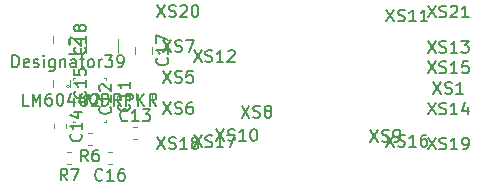
<source format=gbr>
G04 #@! TF.GenerationSoftware,KiCad,Pcbnew,(5.1.9)-1*
G04 #@! TF.CreationDate,2021-08-28T05:16:06+03:00*
G04 #@! TF.ProjectId,BANO3,42414e4f-332e-46b6-9963-61645f706362,0000*
G04 #@! TF.SameCoordinates,Original*
G04 #@! TF.FileFunction,Legend,Top*
G04 #@! TF.FilePolarity,Positive*
%FSLAX46Y46*%
G04 Gerber Fmt 4.6, Leading zero omitted, Abs format (unit mm)*
G04 Created by KiCad (PCBNEW (5.1.9)-1) date 2021-08-28 05:16:06*
%MOMM*%
%LPD*%
G01*
G04 APERTURE LIST*
%ADD10C,0.120000*%
%ADD11C,0.150000*%
G04 APERTURE END LIST*
D10*
X1021417667Y-1004267200D02*
X1021075133Y-1004267200D01*
X1021417667Y-1003247200D02*
X1021075133Y-1003247200D01*
X1025119800Y-1000402652D02*
X1025119800Y-999880148D01*
X1026539800Y-1000402652D02*
X1026539800Y-999880148D01*
X1026489000Y-995986548D02*
X1026489000Y-996509052D01*
X1025069000Y-995986548D02*
X1025069000Y-996509052D01*
X1019529400Y-995054148D02*
X1019529400Y-995576652D01*
X1018109400Y-995054148D02*
X1018109400Y-995576652D01*
X1019833505Y-1002329156D02*
X1019833505Y-1002179156D01*
X1019833505Y-1002329156D02*
X1019983505Y-1002329156D01*
X1022582418Y-998730009D02*
X1022582418Y-998580007D01*
X1022432418Y-998580007D02*
X1022582418Y-998580007D01*
X1022431727Y-1002319839D02*
X1022581727Y-1002319839D01*
X1022581727Y-1002319839D02*
X1022581727Y-1002169840D01*
X1019833825Y-998580754D02*
X1019983825Y-998580754D01*
X1019833825Y-998730753D02*
X1019833825Y-998580754D01*
X1019507001Y-999280244D02*
G75*
G03*
X1019507001Y-999280244I-125001J0D01*
G01*
X1023516400Y-1000513467D02*
X1023516400Y-1000170933D01*
X1024536400Y-1000513467D02*
X1024536400Y-1000170933D01*
X1024910533Y-1003708400D02*
X1025253067Y-1003708400D01*
X1024910533Y-1002688400D02*
X1025253067Y-1002688400D01*
X1018182400Y-1002479733D02*
X1018182400Y-1002822267D01*
X1019202400Y-1002479733D02*
X1019202400Y-1002822267D01*
X1023116867Y-1005892800D02*
X1022774333Y-1005892800D01*
X1023116867Y-1004872800D02*
X1022774333Y-1004872800D01*
X1019687867Y-1004847400D02*
X1019345333Y-1004847400D01*
X1019687867Y-1005867400D02*
X1019345333Y-1005867400D01*
X1023659200Y-996496364D02*
X1023659200Y-995292236D01*
X1020939200Y-996496364D02*
X1020939200Y-995292236D01*
X1018109400Y-998771548D02*
X1018109400Y-999294052D01*
X1019529400Y-998771548D02*
X1019529400Y-999294052D01*
D11*
X1050325085Y-998909180D02*
X1050991752Y-999909180D01*
X1050991752Y-998909180D02*
X1050325085Y-999909180D01*
X1051325085Y-999861561D02*
X1051467942Y-999909180D01*
X1051706038Y-999909180D01*
X1051801276Y-999861561D01*
X1051848895Y-999813942D01*
X1051896514Y-999718704D01*
X1051896514Y-999623466D01*
X1051848895Y-999528228D01*
X1051801276Y-999480609D01*
X1051706038Y-999432990D01*
X1051515561Y-999385371D01*
X1051420323Y-999337752D01*
X1051372704Y-999290133D01*
X1051325085Y-999194895D01*
X1051325085Y-999099657D01*
X1051372704Y-999004419D01*
X1051420323Y-998956800D01*
X1051515561Y-998909180D01*
X1051753657Y-998909180D01*
X1051896514Y-998956800D01*
X1052848895Y-999909180D02*
X1052277466Y-999909180D01*
X1052563180Y-999909180D02*
X1052563180Y-998909180D01*
X1052467942Y-999052038D01*
X1052372704Y-999147276D01*
X1052277466Y-999194895D01*
X1021079733Y-1005639580D02*
X1020746400Y-1005163390D01*
X1020508304Y-1005639580D02*
X1020508304Y-1004639580D01*
X1020889257Y-1004639580D01*
X1020984495Y-1004687200D01*
X1021032114Y-1004734819D01*
X1021079733Y-1004830057D01*
X1021079733Y-1004972914D01*
X1021032114Y-1005068152D01*
X1020984495Y-1005115771D01*
X1020889257Y-1005163390D01*
X1020508304Y-1005163390D01*
X1021936876Y-1004639580D02*
X1021746400Y-1004639580D01*
X1021651161Y-1004687200D01*
X1021603542Y-1004734819D01*
X1021508304Y-1004877676D01*
X1021460685Y-1005068152D01*
X1021460685Y-1005449104D01*
X1021508304Y-1005544342D01*
X1021555923Y-1005591961D01*
X1021651161Y-1005639580D01*
X1021841638Y-1005639580D01*
X1021936876Y-1005591961D01*
X1021984495Y-1005544342D01*
X1022032114Y-1005449104D01*
X1022032114Y-1005211009D01*
X1021984495Y-1005115771D01*
X1021936876Y-1005068152D01*
X1021841638Y-1005020533D01*
X1021651161Y-1005020533D01*
X1021555923Y-1005068152D01*
X1021508304Y-1005115771D01*
X1021460685Y-1005211009D01*
X1024536942Y-1000784257D02*
X1024584561Y-1000831876D01*
X1024632180Y-1000974733D01*
X1024632180Y-1001069971D01*
X1024584561Y-1001212828D01*
X1024489323Y-1001308066D01*
X1024394085Y-1001355685D01*
X1024203609Y-1001403304D01*
X1024060752Y-1001403304D01*
X1023870276Y-1001355685D01*
X1023775038Y-1001308066D01*
X1023679800Y-1001212828D01*
X1023632180Y-1001069971D01*
X1023632180Y-1000974733D01*
X1023679800Y-1000831876D01*
X1023727419Y-1000784257D01*
X1024632180Y-999831876D02*
X1024632180Y-1000403304D01*
X1024632180Y-1000117590D02*
X1023632180Y-1000117590D01*
X1023775038Y-1000212828D01*
X1023870276Y-1000308066D01*
X1023917895Y-1000403304D01*
X1024632180Y-998879495D02*
X1024632180Y-999450923D01*
X1024632180Y-999165209D02*
X1023632180Y-999165209D01*
X1023775038Y-999260447D01*
X1023870276Y-999355685D01*
X1023917895Y-999450923D01*
X1027786142Y-996890657D02*
X1027833761Y-996938276D01*
X1027881380Y-997081133D01*
X1027881380Y-997176371D01*
X1027833761Y-997319228D01*
X1027738523Y-997414466D01*
X1027643285Y-997462085D01*
X1027452809Y-997509704D01*
X1027309952Y-997509704D01*
X1027119476Y-997462085D01*
X1027024238Y-997414466D01*
X1026929000Y-997319228D01*
X1026881380Y-997176371D01*
X1026881380Y-997081133D01*
X1026929000Y-996938276D01*
X1026976619Y-996890657D01*
X1027881380Y-995938276D02*
X1027881380Y-996509704D01*
X1027881380Y-996223990D02*
X1026881380Y-996223990D01*
X1027024238Y-996319228D01*
X1027119476Y-996414466D01*
X1027167095Y-996509704D01*
X1026881380Y-995604942D02*
X1026881380Y-994938276D01*
X1027881380Y-995366847D01*
X1020826542Y-995958257D02*
X1020874161Y-996005876D01*
X1020921780Y-996148733D01*
X1020921780Y-996243971D01*
X1020874161Y-996386828D01*
X1020778923Y-996482066D01*
X1020683685Y-996529685D01*
X1020493209Y-996577304D01*
X1020350352Y-996577304D01*
X1020159876Y-996529685D01*
X1020064638Y-996482066D01*
X1019969400Y-996386828D01*
X1019921780Y-996243971D01*
X1019921780Y-996148733D01*
X1019969400Y-996005876D01*
X1020017019Y-995958257D01*
X1020921780Y-995005876D02*
X1020921780Y-995577304D01*
X1020921780Y-995291590D02*
X1019921780Y-995291590D01*
X1020064638Y-995386828D01*
X1020159876Y-995482066D01*
X1020207495Y-995577304D01*
X1020350352Y-994434447D02*
X1020302733Y-994529685D01*
X1020255114Y-994577304D01*
X1020159876Y-994624923D01*
X1020112257Y-994624923D01*
X1020017019Y-994577304D01*
X1019969400Y-994529685D01*
X1019921780Y-994434447D01*
X1019921780Y-994243971D01*
X1019969400Y-994148733D01*
X1020017019Y-994101114D01*
X1020112257Y-994053495D01*
X1020159876Y-994053495D01*
X1020255114Y-994101114D01*
X1020302733Y-994148733D01*
X1020350352Y-994243971D01*
X1020350352Y-994434447D01*
X1020397971Y-994529685D01*
X1020445590Y-994577304D01*
X1020540828Y-994624923D01*
X1020731304Y-994624923D01*
X1020826542Y-994577304D01*
X1020874161Y-994529685D01*
X1020921780Y-994434447D01*
X1020921780Y-994243971D01*
X1020874161Y-994148733D01*
X1020826542Y-994101114D01*
X1020731304Y-994053495D01*
X1020540828Y-994053495D01*
X1020445590Y-994101114D01*
X1020397971Y-994148733D01*
X1020350352Y-994243971D01*
X1020445095Y-999907580D02*
X1020445095Y-1000717104D01*
X1020492714Y-1000812342D01*
X1020540333Y-1000859961D01*
X1020635571Y-1000907580D01*
X1020826047Y-1000907580D01*
X1020921285Y-1000859961D01*
X1020968904Y-1000812342D01*
X1021016523Y-1000717104D01*
X1021016523Y-999907580D01*
X1021445095Y-1000002819D02*
X1021492714Y-999955200D01*
X1021587952Y-999907580D01*
X1021826047Y-999907580D01*
X1021921285Y-999955200D01*
X1021968904Y-1000002819D01*
X1022016523Y-1000098057D01*
X1022016523Y-1000193295D01*
X1021968904Y-1000336152D01*
X1021397476Y-1000907580D01*
X1022016523Y-1000907580D01*
X1016064142Y-1000907580D02*
X1015587952Y-1000907580D01*
X1015587952Y-999907580D01*
X1016397476Y-1000907580D02*
X1016397476Y-999907580D01*
X1016730809Y-1000621866D01*
X1017064142Y-999907580D01*
X1017064142Y-1000907580D01*
X1017968904Y-999907580D02*
X1017778428Y-999907580D01*
X1017683190Y-999955200D01*
X1017635571Y-1000002819D01*
X1017540333Y-1000145676D01*
X1017492714Y-1000336152D01*
X1017492714Y-1000717104D01*
X1017540333Y-1000812342D01*
X1017587952Y-1000859961D01*
X1017683190Y-1000907580D01*
X1017873666Y-1000907580D01*
X1017968904Y-1000859961D01*
X1018016523Y-1000812342D01*
X1018064142Y-1000717104D01*
X1018064142Y-1000479009D01*
X1018016523Y-1000383771D01*
X1017968904Y-1000336152D01*
X1017873666Y-1000288533D01*
X1017683190Y-1000288533D01*
X1017587952Y-1000336152D01*
X1017540333Y-1000383771D01*
X1017492714Y-1000479009D01*
X1018683190Y-999907580D02*
X1018778428Y-999907580D01*
X1018873666Y-999955200D01*
X1018921285Y-1000002819D01*
X1018968904Y-1000098057D01*
X1019016523Y-1000288533D01*
X1019016523Y-1000526628D01*
X1018968904Y-1000717104D01*
X1018921285Y-1000812342D01*
X1018873666Y-1000859961D01*
X1018778428Y-1000907580D01*
X1018683190Y-1000907580D01*
X1018587952Y-1000859961D01*
X1018540333Y-1000812342D01*
X1018492714Y-1000717104D01*
X1018445095Y-1000526628D01*
X1018445095Y-1000288533D01*
X1018492714Y-1000098057D01*
X1018540333Y-1000002819D01*
X1018587952Y-999955200D01*
X1018683190Y-999907580D01*
X1019873666Y-1000240914D02*
X1019873666Y-1000907580D01*
X1019635571Y-999859961D02*
X1019397476Y-1000574247D01*
X1020016523Y-1000574247D01*
X1020826047Y-1000240914D02*
X1020826047Y-1000907580D01*
X1020587952Y-999859961D02*
X1020349857Y-1000574247D01*
X1020968904Y-1000574247D01*
X1021540333Y-999907580D02*
X1021635571Y-999907580D01*
X1021730809Y-999955200D01*
X1021778428Y-1000002819D01*
X1021826047Y-1000098057D01*
X1021873666Y-1000288533D01*
X1021873666Y-1000526628D01*
X1021826047Y-1000717104D01*
X1021778428Y-1000812342D01*
X1021730809Y-1000859961D01*
X1021635571Y-1000907580D01*
X1021540333Y-1000907580D01*
X1021445095Y-1000859961D01*
X1021397476Y-1000812342D01*
X1021349857Y-1000717104D01*
X1021302238Y-1000526628D01*
X1021302238Y-1000288533D01*
X1021349857Y-1000098057D01*
X1021397476Y-1000002819D01*
X1021445095Y-999955200D01*
X1021540333Y-999907580D01*
X1022302238Y-1000907580D02*
X1022302238Y-999907580D01*
X1022540333Y-999907580D01*
X1022683190Y-999955200D01*
X1022778428Y-1000050438D01*
X1022826047Y-1000145676D01*
X1022873666Y-1000336152D01*
X1022873666Y-1000479009D01*
X1022826047Y-1000669485D01*
X1022778428Y-1000764723D01*
X1022683190Y-1000859961D01*
X1022540333Y-1000907580D01*
X1022302238Y-1000907580D01*
X1023873666Y-1000907580D02*
X1023540333Y-1000431390D01*
X1023302238Y-1000907580D02*
X1023302238Y-999907580D01*
X1023683190Y-999907580D01*
X1023778428Y-999955200D01*
X1023826047Y-1000002819D01*
X1023873666Y-1000098057D01*
X1023873666Y-1000240914D01*
X1023826047Y-1000336152D01*
X1023778428Y-1000383771D01*
X1023683190Y-1000431390D01*
X1023302238Y-1000431390D01*
X1024302238Y-1000907580D02*
X1024302238Y-999907580D01*
X1024683190Y-999907580D01*
X1024778428Y-999955200D01*
X1024826047Y-1000002819D01*
X1024873666Y-1000098057D01*
X1024873666Y-1000240914D01*
X1024826047Y-1000336152D01*
X1024778428Y-1000383771D01*
X1024683190Y-1000431390D01*
X1024302238Y-1000431390D01*
X1025302238Y-1000907580D02*
X1025302238Y-999907580D01*
X1025873666Y-1000907580D02*
X1025445095Y-1000336152D01*
X1025873666Y-999907580D02*
X1025302238Y-1000479009D01*
X1026873666Y-1000907580D02*
X1026540333Y-1000431390D01*
X1026302238Y-1000907580D02*
X1026302238Y-999907580D01*
X1026683190Y-999907580D01*
X1026778428Y-999955200D01*
X1026826047Y-1000002819D01*
X1026873666Y-1000098057D01*
X1026873666Y-1000240914D01*
X1026826047Y-1000336152D01*
X1026778428Y-1000383771D01*
X1026683190Y-1000431390D01*
X1026302238Y-1000431390D01*
X1014687723Y-997656380D02*
X1014687723Y-996656380D01*
X1014925819Y-996656380D01*
X1015068676Y-996704000D01*
X1015163914Y-996799238D01*
X1015211533Y-996894476D01*
X1015259152Y-997084952D01*
X1015259152Y-997227809D01*
X1015211533Y-997418285D01*
X1015163914Y-997513523D01*
X1015068676Y-997608761D01*
X1014925819Y-997656380D01*
X1014687723Y-997656380D01*
X1016068676Y-997608761D02*
X1015973438Y-997656380D01*
X1015782961Y-997656380D01*
X1015687723Y-997608761D01*
X1015640104Y-997513523D01*
X1015640104Y-997132571D01*
X1015687723Y-997037333D01*
X1015782961Y-996989714D01*
X1015973438Y-996989714D01*
X1016068676Y-997037333D01*
X1016116295Y-997132571D01*
X1016116295Y-997227809D01*
X1015640104Y-997323047D01*
X1016497247Y-997608761D02*
X1016592485Y-997656380D01*
X1016782961Y-997656380D01*
X1016878200Y-997608761D01*
X1016925819Y-997513523D01*
X1016925819Y-997465904D01*
X1016878200Y-997370666D01*
X1016782961Y-997323047D01*
X1016640104Y-997323047D01*
X1016544866Y-997275428D01*
X1016497247Y-997180190D01*
X1016497247Y-997132571D01*
X1016544866Y-997037333D01*
X1016640104Y-996989714D01*
X1016782961Y-996989714D01*
X1016878200Y-997037333D01*
X1017354390Y-997656380D02*
X1017354390Y-996989714D01*
X1017354390Y-996656380D02*
X1017306771Y-996704000D01*
X1017354390Y-996751619D01*
X1017402009Y-996704000D01*
X1017354390Y-996656380D01*
X1017354390Y-996751619D01*
X1018259152Y-996989714D02*
X1018259152Y-997799238D01*
X1018211533Y-997894476D01*
X1018163914Y-997942095D01*
X1018068676Y-997989714D01*
X1017925819Y-997989714D01*
X1017830580Y-997942095D01*
X1018259152Y-997608761D02*
X1018163914Y-997656380D01*
X1017973438Y-997656380D01*
X1017878200Y-997608761D01*
X1017830580Y-997561142D01*
X1017782961Y-997465904D01*
X1017782961Y-997180190D01*
X1017830580Y-997084952D01*
X1017878200Y-997037333D01*
X1017973438Y-996989714D01*
X1018163914Y-996989714D01*
X1018259152Y-997037333D01*
X1018735342Y-996989714D02*
X1018735342Y-997656380D01*
X1018735342Y-997084952D02*
X1018782961Y-997037333D01*
X1018878200Y-996989714D01*
X1019021057Y-996989714D01*
X1019116295Y-997037333D01*
X1019163914Y-997132571D01*
X1019163914Y-997656380D01*
X1020068676Y-997656380D02*
X1020068676Y-997132571D01*
X1020021057Y-997037333D01*
X1019925819Y-996989714D01*
X1019735342Y-996989714D01*
X1019640104Y-997037333D01*
X1020068676Y-997608761D02*
X1019973438Y-997656380D01*
X1019735342Y-997656380D01*
X1019640104Y-997608761D01*
X1019592485Y-997513523D01*
X1019592485Y-997418285D01*
X1019640104Y-997323047D01*
X1019735342Y-997275428D01*
X1019973438Y-997275428D01*
X1020068676Y-997227809D01*
X1020402009Y-996989714D02*
X1020782961Y-996989714D01*
X1020544866Y-996656380D02*
X1020544866Y-997513523D01*
X1020592485Y-997608761D01*
X1020687723Y-997656380D01*
X1020782961Y-997656380D01*
X1021259152Y-997656380D02*
X1021163914Y-997608761D01*
X1021116295Y-997561142D01*
X1021068676Y-997465904D01*
X1021068676Y-997180190D01*
X1021116295Y-997084952D01*
X1021163914Y-997037333D01*
X1021259152Y-996989714D01*
X1021402009Y-996989714D01*
X1021497247Y-997037333D01*
X1021544866Y-997084952D01*
X1021592485Y-997180190D01*
X1021592485Y-997465904D01*
X1021544866Y-997561142D01*
X1021497247Y-997608761D01*
X1021402009Y-997656380D01*
X1021259152Y-997656380D01*
X1022021057Y-997656380D02*
X1022021057Y-996989714D01*
X1022021057Y-997180190D02*
X1022068676Y-997084952D01*
X1022116295Y-997037333D01*
X1022211533Y-996989714D01*
X1022306771Y-996989714D01*
X1022544866Y-996656380D02*
X1023163914Y-996656380D01*
X1022830580Y-997037333D01*
X1022973438Y-997037333D01*
X1023068676Y-997084952D01*
X1023116295Y-997132571D01*
X1023163914Y-997227809D01*
X1023163914Y-997465904D01*
X1023116295Y-997561142D01*
X1023068676Y-997608761D01*
X1022973438Y-997656380D01*
X1022687723Y-997656380D01*
X1022592485Y-997608761D01*
X1022544866Y-997561142D01*
X1023640104Y-997656380D02*
X1023830580Y-997656380D01*
X1023925819Y-997608761D01*
X1023973438Y-997561142D01*
X1024068676Y-997418285D01*
X1024116295Y-997227809D01*
X1024116295Y-996846857D01*
X1024068676Y-996751619D01*
X1024021057Y-996704000D01*
X1023925819Y-996656380D01*
X1023735342Y-996656380D01*
X1023640104Y-996704000D01*
X1023592485Y-996751619D01*
X1023544866Y-996846857D01*
X1023544866Y-997084952D01*
X1023592485Y-997180190D01*
X1023640104Y-997227809D01*
X1023735342Y-997275428D01*
X1023925819Y-997275428D01*
X1024021057Y-997227809D01*
X1024068676Y-997180190D01*
X1024116295Y-997084952D01*
X1021207000Y-999907580D02*
X1021207000Y-1000145676D01*
X1020968904Y-1000050438D02*
X1021207000Y-1000145676D01*
X1021445095Y-1000050438D01*
X1021064142Y-1000336152D02*
X1021207000Y-1000145676D01*
X1021349857Y-1000336152D01*
X1022953542Y-1000985057D02*
X1023001161Y-1001032676D01*
X1023048780Y-1001175533D01*
X1023048780Y-1001270771D01*
X1023001161Y-1001413628D01*
X1022905923Y-1001508866D01*
X1022810685Y-1001556485D01*
X1022620209Y-1001604104D01*
X1022477352Y-1001604104D01*
X1022286876Y-1001556485D01*
X1022191638Y-1001508866D01*
X1022096400Y-1001413628D01*
X1022048780Y-1001270771D01*
X1022048780Y-1001175533D01*
X1022096400Y-1001032676D01*
X1022144019Y-1000985057D01*
X1023048780Y-1000032676D02*
X1023048780Y-1000604104D01*
X1023048780Y-1000318390D02*
X1022048780Y-1000318390D01*
X1022191638Y-1000413628D01*
X1022286876Y-1000508866D01*
X1022334495Y-1000604104D01*
X1022144019Y-999651723D02*
X1022096400Y-999604104D01*
X1022048780Y-999508866D01*
X1022048780Y-999270771D01*
X1022096400Y-999175533D01*
X1022144019Y-999127914D01*
X1022239257Y-999080295D01*
X1022334495Y-999080295D01*
X1022477352Y-999127914D01*
X1023048780Y-999699342D01*
X1023048780Y-999080295D01*
X1024438942Y-1002125542D02*
X1024391323Y-1002173161D01*
X1024248466Y-1002220780D01*
X1024153228Y-1002220780D01*
X1024010371Y-1002173161D01*
X1023915133Y-1002077923D01*
X1023867514Y-1001982685D01*
X1023819895Y-1001792209D01*
X1023819895Y-1001649352D01*
X1023867514Y-1001458876D01*
X1023915133Y-1001363638D01*
X1024010371Y-1001268400D01*
X1024153228Y-1001220780D01*
X1024248466Y-1001220780D01*
X1024391323Y-1001268400D01*
X1024438942Y-1001316019D01*
X1025391323Y-1002220780D02*
X1024819895Y-1002220780D01*
X1025105609Y-1002220780D02*
X1025105609Y-1001220780D01*
X1025010371Y-1001363638D01*
X1024915133Y-1001458876D01*
X1024819895Y-1001506495D01*
X1025724657Y-1001220780D02*
X1026343704Y-1001220780D01*
X1026010371Y-1001601733D01*
X1026153228Y-1001601733D01*
X1026248466Y-1001649352D01*
X1026296085Y-1001696971D01*
X1026343704Y-1001792209D01*
X1026343704Y-1002030304D01*
X1026296085Y-1002125542D01*
X1026248466Y-1002173161D01*
X1026153228Y-1002220780D01*
X1025867514Y-1002220780D01*
X1025772276Y-1002173161D01*
X1025724657Y-1002125542D01*
X1020479542Y-1003293857D02*
X1020527161Y-1003341476D01*
X1020574780Y-1003484333D01*
X1020574780Y-1003579571D01*
X1020527161Y-1003722428D01*
X1020431923Y-1003817666D01*
X1020336685Y-1003865285D01*
X1020146209Y-1003912904D01*
X1020003352Y-1003912904D01*
X1019812876Y-1003865285D01*
X1019717638Y-1003817666D01*
X1019622400Y-1003722428D01*
X1019574780Y-1003579571D01*
X1019574780Y-1003484333D01*
X1019622400Y-1003341476D01*
X1019670019Y-1003293857D01*
X1020574780Y-1002341476D02*
X1020574780Y-1002912904D01*
X1020574780Y-1002627190D02*
X1019574780Y-1002627190D01*
X1019717638Y-1002722428D01*
X1019812876Y-1002817666D01*
X1019860495Y-1002912904D01*
X1019908114Y-1001484333D02*
X1020574780Y-1001484333D01*
X1019527161Y-1001722428D02*
X1020241447Y-1001960523D01*
X1020241447Y-1001341476D01*
X1022302742Y-1007169942D02*
X1022255123Y-1007217561D01*
X1022112266Y-1007265180D01*
X1022017028Y-1007265180D01*
X1021874171Y-1007217561D01*
X1021778933Y-1007122323D01*
X1021731314Y-1007027085D01*
X1021683695Y-1006836609D01*
X1021683695Y-1006693752D01*
X1021731314Y-1006503276D01*
X1021778933Y-1006408038D01*
X1021874171Y-1006312800D01*
X1022017028Y-1006265180D01*
X1022112266Y-1006265180D01*
X1022255123Y-1006312800D01*
X1022302742Y-1006360419D01*
X1023255123Y-1007265180D02*
X1022683695Y-1007265180D01*
X1022969409Y-1007265180D02*
X1022969409Y-1006265180D01*
X1022874171Y-1006408038D01*
X1022778933Y-1006503276D01*
X1022683695Y-1006550895D01*
X1024112266Y-1006265180D02*
X1023921790Y-1006265180D01*
X1023826552Y-1006312800D01*
X1023778933Y-1006360419D01*
X1023683695Y-1006503276D01*
X1023636076Y-1006693752D01*
X1023636076Y-1007074704D01*
X1023683695Y-1007169942D01*
X1023731314Y-1007217561D01*
X1023826552Y-1007265180D01*
X1024017028Y-1007265180D01*
X1024112266Y-1007217561D01*
X1024159885Y-1007169942D01*
X1024207504Y-1007074704D01*
X1024207504Y-1006836609D01*
X1024159885Y-1006741371D01*
X1024112266Y-1006693752D01*
X1024017028Y-1006646133D01*
X1023826552Y-1006646133D01*
X1023731314Y-1006693752D01*
X1023683695Y-1006741371D01*
X1023636076Y-1006836609D01*
X1019349933Y-1007239780D02*
X1019016600Y-1006763590D01*
X1018778504Y-1007239780D02*
X1018778504Y-1006239780D01*
X1019159457Y-1006239780D01*
X1019254695Y-1006287400D01*
X1019302314Y-1006335019D01*
X1019349933Y-1006430257D01*
X1019349933Y-1006573114D01*
X1019302314Y-1006668352D01*
X1019254695Y-1006715971D01*
X1019159457Y-1006763590D01*
X1018778504Y-1006763590D01*
X1019683266Y-1006239780D02*
X1020349933Y-1006239780D01*
X1019921361Y-1007239780D01*
X1020471580Y-996060966D02*
X1020471580Y-996537157D01*
X1019471580Y-996537157D01*
X1019566819Y-995775252D02*
X1019519200Y-995727633D01*
X1019471580Y-995632395D01*
X1019471580Y-995394300D01*
X1019519200Y-995299061D01*
X1019566819Y-995251442D01*
X1019662057Y-995203823D01*
X1019757295Y-995203823D01*
X1019900152Y-995251442D01*
X1020471580Y-995822871D01*
X1020471580Y-995203823D01*
X1034092885Y-1000922180D02*
X1034759552Y-1001922180D01*
X1034759552Y-1000922180D02*
X1034092885Y-1001922180D01*
X1035092885Y-1001874561D02*
X1035235742Y-1001922180D01*
X1035473838Y-1001922180D01*
X1035569076Y-1001874561D01*
X1035616695Y-1001826942D01*
X1035664314Y-1001731704D01*
X1035664314Y-1001636466D01*
X1035616695Y-1001541228D01*
X1035569076Y-1001493609D01*
X1035473838Y-1001445990D01*
X1035283361Y-1001398371D01*
X1035188123Y-1001350752D01*
X1035140504Y-1001303133D01*
X1035092885Y-1001207895D01*
X1035092885Y-1001112657D01*
X1035140504Y-1001017419D01*
X1035188123Y-1000969800D01*
X1035283361Y-1000922180D01*
X1035521457Y-1000922180D01*
X1035664314Y-1000969800D01*
X1036235742Y-1001350752D02*
X1036140504Y-1001303133D01*
X1036092885Y-1001255514D01*
X1036045266Y-1001160276D01*
X1036045266Y-1001112657D01*
X1036092885Y-1001017419D01*
X1036140504Y-1000969800D01*
X1036235742Y-1000922180D01*
X1036426219Y-1000922180D01*
X1036521457Y-1000969800D01*
X1036569076Y-1001017419D01*
X1036616695Y-1001112657D01*
X1036616695Y-1001160276D01*
X1036569076Y-1001255514D01*
X1036521457Y-1001303133D01*
X1036426219Y-1001350752D01*
X1036235742Y-1001350752D01*
X1036140504Y-1001398371D01*
X1036092885Y-1001445990D01*
X1036045266Y-1001541228D01*
X1036045266Y-1001731704D01*
X1036092885Y-1001826942D01*
X1036140504Y-1001874561D01*
X1036235742Y-1001922180D01*
X1036426219Y-1001922180D01*
X1036521457Y-1001874561D01*
X1036569076Y-1001826942D01*
X1036616695Y-1001731704D01*
X1036616695Y-1001541228D01*
X1036569076Y-1001445990D01*
X1036521457Y-1001398371D01*
X1036426219Y-1001350752D01*
X1044989485Y-1002954180D02*
X1045656152Y-1003954180D01*
X1045656152Y-1002954180D02*
X1044989485Y-1003954180D01*
X1045989485Y-1003906561D02*
X1046132342Y-1003954180D01*
X1046370438Y-1003954180D01*
X1046465676Y-1003906561D01*
X1046513295Y-1003858942D01*
X1046560914Y-1003763704D01*
X1046560914Y-1003668466D01*
X1046513295Y-1003573228D01*
X1046465676Y-1003525609D01*
X1046370438Y-1003477990D01*
X1046179961Y-1003430371D01*
X1046084723Y-1003382752D01*
X1046037104Y-1003335133D01*
X1045989485Y-1003239895D01*
X1045989485Y-1003144657D01*
X1046037104Y-1003049419D01*
X1046084723Y-1003001800D01*
X1046179961Y-1002954180D01*
X1046418057Y-1002954180D01*
X1046560914Y-1003001800D01*
X1047037104Y-1003954180D02*
X1047227580Y-1003954180D01*
X1047322819Y-1003906561D01*
X1047370438Y-1003858942D01*
X1047465676Y-1003716085D01*
X1047513295Y-1003525609D01*
X1047513295Y-1003144657D01*
X1047465676Y-1003049419D01*
X1047418057Y-1003001800D01*
X1047322819Y-1002954180D01*
X1047132342Y-1002954180D01*
X1047037104Y-1003001800D01*
X1046989485Y-1003049419D01*
X1046941866Y-1003144657D01*
X1046941866Y-1003382752D01*
X1046989485Y-1003477990D01*
X1047037104Y-1003525609D01*
X1047132342Y-1003573228D01*
X1047322819Y-1003573228D01*
X1047418057Y-1003525609D01*
X1047465676Y-1003477990D01*
X1047513295Y-1003382752D01*
X1031941895Y-1002896780D02*
X1032608561Y-1003896780D01*
X1032608561Y-1002896780D02*
X1031941895Y-1003896780D01*
X1032941895Y-1003849161D02*
X1033084752Y-1003896780D01*
X1033322847Y-1003896780D01*
X1033418085Y-1003849161D01*
X1033465704Y-1003801542D01*
X1033513323Y-1003706304D01*
X1033513323Y-1003611066D01*
X1033465704Y-1003515828D01*
X1033418085Y-1003468209D01*
X1033322847Y-1003420590D01*
X1033132371Y-1003372971D01*
X1033037133Y-1003325352D01*
X1032989514Y-1003277733D01*
X1032941895Y-1003182495D01*
X1032941895Y-1003087257D01*
X1032989514Y-1002992019D01*
X1033037133Y-1002944400D01*
X1033132371Y-1002896780D01*
X1033370466Y-1002896780D01*
X1033513323Y-1002944400D01*
X1034465704Y-1003896780D02*
X1033894276Y-1003896780D01*
X1034179990Y-1003896780D02*
X1034179990Y-1002896780D01*
X1034084752Y-1003039638D01*
X1033989514Y-1003134876D01*
X1033894276Y-1003182495D01*
X1035084752Y-1002896780D02*
X1035179990Y-1002896780D01*
X1035275228Y-1002944400D01*
X1035322847Y-1002992019D01*
X1035370466Y-1003087257D01*
X1035418085Y-1003277733D01*
X1035418085Y-1003515828D01*
X1035370466Y-1003706304D01*
X1035322847Y-1003801542D01*
X1035275228Y-1003849161D01*
X1035179990Y-1003896780D01*
X1035084752Y-1003896780D01*
X1034989514Y-1003849161D01*
X1034941895Y-1003801542D01*
X1034894276Y-1003706304D01*
X1034846657Y-1003515828D01*
X1034846657Y-1003277733D01*
X1034894276Y-1003087257D01*
X1034941895Y-1002992019D01*
X1034989514Y-1002944400D01*
X1035084752Y-1002896780D01*
X1027465085Y-997969380D02*
X1028131752Y-998969380D01*
X1028131752Y-997969380D02*
X1027465085Y-998969380D01*
X1028465085Y-998921761D02*
X1028607942Y-998969380D01*
X1028846038Y-998969380D01*
X1028941276Y-998921761D01*
X1028988895Y-998874142D01*
X1029036514Y-998778904D01*
X1029036514Y-998683666D01*
X1028988895Y-998588428D01*
X1028941276Y-998540809D01*
X1028846038Y-998493190D01*
X1028655561Y-998445571D01*
X1028560323Y-998397952D01*
X1028512704Y-998350333D01*
X1028465085Y-998255095D01*
X1028465085Y-998159857D01*
X1028512704Y-998064619D01*
X1028560323Y-998017000D01*
X1028655561Y-997969380D01*
X1028893657Y-997969380D01*
X1029036514Y-998017000D01*
X1029941276Y-997969380D02*
X1029465085Y-997969380D01*
X1029417466Y-998445571D01*
X1029465085Y-998397952D01*
X1029560323Y-998350333D01*
X1029798419Y-998350333D01*
X1029893657Y-998397952D01*
X1029941276Y-998445571D01*
X1029988895Y-998540809D01*
X1029988895Y-998778904D01*
X1029941276Y-998874142D01*
X1029893657Y-998921761D01*
X1029798419Y-998969380D01*
X1029560323Y-998969380D01*
X1029465085Y-998921761D01*
X1029417466Y-998874142D01*
X1027465085Y-1000610980D02*
X1028131752Y-1001610980D01*
X1028131752Y-1000610980D02*
X1027465085Y-1001610980D01*
X1028465085Y-1001563361D02*
X1028607942Y-1001610980D01*
X1028846038Y-1001610980D01*
X1028941276Y-1001563361D01*
X1028988895Y-1001515742D01*
X1029036514Y-1001420504D01*
X1029036514Y-1001325266D01*
X1028988895Y-1001230028D01*
X1028941276Y-1001182409D01*
X1028846038Y-1001134790D01*
X1028655561Y-1001087171D01*
X1028560323Y-1001039552D01*
X1028512704Y-1000991933D01*
X1028465085Y-1000896695D01*
X1028465085Y-1000801457D01*
X1028512704Y-1000706219D01*
X1028560323Y-1000658600D01*
X1028655561Y-1000610980D01*
X1028893657Y-1000610980D01*
X1029036514Y-1000658600D01*
X1029893657Y-1000610980D02*
X1029703180Y-1000610980D01*
X1029607942Y-1000658600D01*
X1029560323Y-1000706219D01*
X1029465085Y-1000849076D01*
X1029417466Y-1001039552D01*
X1029417466Y-1001420504D01*
X1029465085Y-1001515742D01*
X1029512704Y-1001563361D01*
X1029607942Y-1001610980D01*
X1029798419Y-1001610980D01*
X1029893657Y-1001563361D01*
X1029941276Y-1001515742D01*
X1029988895Y-1001420504D01*
X1029988895Y-1001182409D01*
X1029941276Y-1001087171D01*
X1029893657Y-1001039552D01*
X1029798419Y-1000991933D01*
X1029607942Y-1000991933D01*
X1029512704Y-1001039552D01*
X1029465085Y-1001087171D01*
X1029417466Y-1001182409D01*
X1027465085Y-995352980D02*
X1028131752Y-996352980D01*
X1028131752Y-995352980D02*
X1027465085Y-996352980D01*
X1028465085Y-996305361D02*
X1028607942Y-996352980D01*
X1028846038Y-996352980D01*
X1028941276Y-996305361D01*
X1028988895Y-996257742D01*
X1029036514Y-996162504D01*
X1029036514Y-996067266D01*
X1028988895Y-995972028D01*
X1028941276Y-995924409D01*
X1028846038Y-995876790D01*
X1028655561Y-995829171D01*
X1028560323Y-995781552D01*
X1028512704Y-995733933D01*
X1028465085Y-995638695D01*
X1028465085Y-995543457D01*
X1028512704Y-995448219D01*
X1028560323Y-995400600D01*
X1028655561Y-995352980D01*
X1028893657Y-995352980D01*
X1029036514Y-995400600D01*
X1029369847Y-995352980D02*
X1030036514Y-995352980D01*
X1029607942Y-996352980D01*
X1046343695Y-992787780D02*
X1047010361Y-993787780D01*
X1047010361Y-992787780D02*
X1046343695Y-993787780D01*
X1047343695Y-993740161D02*
X1047486552Y-993787780D01*
X1047724647Y-993787780D01*
X1047819885Y-993740161D01*
X1047867504Y-993692542D01*
X1047915123Y-993597304D01*
X1047915123Y-993502066D01*
X1047867504Y-993406828D01*
X1047819885Y-993359209D01*
X1047724647Y-993311590D01*
X1047534171Y-993263971D01*
X1047438933Y-993216352D01*
X1047391314Y-993168733D01*
X1047343695Y-993073495D01*
X1047343695Y-992978257D01*
X1047391314Y-992883019D01*
X1047438933Y-992835400D01*
X1047534171Y-992787780D01*
X1047772266Y-992787780D01*
X1047915123Y-992835400D01*
X1048867504Y-993787780D02*
X1048296076Y-993787780D01*
X1048581790Y-993787780D02*
X1048581790Y-992787780D01*
X1048486552Y-992930638D01*
X1048391314Y-993025876D01*
X1048296076Y-993073495D01*
X1049819885Y-993787780D02*
X1049248457Y-993787780D01*
X1049534171Y-993787780D02*
X1049534171Y-992787780D01*
X1049438933Y-992930638D01*
X1049343695Y-993025876D01*
X1049248457Y-993073495D01*
X1030036895Y-996216780D02*
X1030703561Y-997216780D01*
X1030703561Y-996216780D02*
X1030036895Y-997216780D01*
X1031036895Y-997169161D02*
X1031179752Y-997216780D01*
X1031417847Y-997216780D01*
X1031513085Y-997169161D01*
X1031560704Y-997121542D01*
X1031608323Y-997026304D01*
X1031608323Y-996931066D01*
X1031560704Y-996835828D01*
X1031513085Y-996788209D01*
X1031417847Y-996740590D01*
X1031227371Y-996692971D01*
X1031132133Y-996645352D01*
X1031084514Y-996597733D01*
X1031036895Y-996502495D01*
X1031036895Y-996407257D01*
X1031084514Y-996312019D01*
X1031132133Y-996264400D01*
X1031227371Y-996216780D01*
X1031465466Y-996216780D01*
X1031608323Y-996264400D01*
X1032560704Y-997216780D02*
X1031989276Y-997216780D01*
X1032274990Y-997216780D02*
X1032274990Y-996216780D01*
X1032179752Y-996359638D01*
X1032084514Y-996454876D01*
X1031989276Y-996502495D01*
X1032941657Y-996312019D02*
X1032989276Y-996264400D01*
X1033084514Y-996216780D01*
X1033322609Y-996216780D01*
X1033417847Y-996264400D01*
X1033465466Y-996312019D01*
X1033513085Y-996407257D01*
X1033513085Y-996502495D01*
X1033465466Y-996645352D01*
X1032894038Y-997216780D01*
X1033513085Y-997216780D01*
X1049848895Y-995429380D02*
X1050515561Y-996429380D01*
X1050515561Y-995429380D02*
X1049848895Y-996429380D01*
X1050848895Y-996381761D02*
X1050991752Y-996429380D01*
X1051229847Y-996429380D01*
X1051325085Y-996381761D01*
X1051372704Y-996334142D01*
X1051420323Y-996238904D01*
X1051420323Y-996143666D01*
X1051372704Y-996048428D01*
X1051325085Y-996000809D01*
X1051229847Y-995953190D01*
X1051039371Y-995905571D01*
X1050944133Y-995857952D01*
X1050896514Y-995810333D01*
X1050848895Y-995715095D01*
X1050848895Y-995619857D01*
X1050896514Y-995524619D01*
X1050944133Y-995477000D01*
X1051039371Y-995429380D01*
X1051277466Y-995429380D01*
X1051420323Y-995477000D01*
X1052372704Y-996429380D02*
X1051801276Y-996429380D01*
X1052086990Y-996429380D02*
X1052086990Y-995429380D01*
X1051991752Y-995572238D01*
X1051896514Y-995667476D01*
X1051801276Y-995715095D01*
X1052706038Y-995429380D02*
X1053325085Y-995429380D01*
X1052991752Y-995810333D01*
X1053134609Y-995810333D01*
X1053229847Y-995857952D01*
X1053277466Y-995905571D01*
X1053325085Y-996000809D01*
X1053325085Y-996238904D01*
X1053277466Y-996334142D01*
X1053229847Y-996381761D01*
X1053134609Y-996429380D01*
X1052848895Y-996429380D01*
X1052753657Y-996381761D01*
X1052706038Y-996334142D01*
X1049848895Y-1000661580D02*
X1050515561Y-1001661580D01*
X1050515561Y-1000661580D02*
X1049848895Y-1001661580D01*
X1050848895Y-1001613961D02*
X1050991752Y-1001661580D01*
X1051229847Y-1001661580D01*
X1051325085Y-1001613961D01*
X1051372704Y-1001566342D01*
X1051420323Y-1001471104D01*
X1051420323Y-1001375866D01*
X1051372704Y-1001280628D01*
X1051325085Y-1001233009D01*
X1051229847Y-1001185390D01*
X1051039371Y-1001137771D01*
X1050944133Y-1001090152D01*
X1050896514Y-1001042533D01*
X1050848895Y-1000947295D01*
X1050848895Y-1000852057D01*
X1050896514Y-1000756819D01*
X1050944133Y-1000709200D01*
X1051039371Y-1000661580D01*
X1051277466Y-1000661580D01*
X1051420323Y-1000709200D01*
X1052372704Y-1001661580D02*
X1051801276Y-1001661580D01*
X1052086990Y-1001661580D02*
X1052086990Y-1000661580D01*
X1051991752Y-1000804438D01*
X1051896514Y-1000899676D01*
X1051801276Y-1000947295D01*
X1053229847Y-1000994914D02*
X1053229847Y-1001661580D01*
X1052991752Y-1000613961D02*
X1052753657Y-1001328247D01*
X1053372704Y-1001328247D01*
X1049848895Y-997156580D02*
X1050515561Y-998156580D01*
X1050515561Y-997156580D02*
X1049848895Y-998156580D01*
X1050848895Y-998108961D02*
X1050991752Y-998156580D01*
X1051229847Y-998156580D01*
X1051325085Y-998108961D01*
X1051372704Y-998061342D01*
X1051420323Y-997966104D01*
X1051420323Y-997870866D01*
X1051372704Y-997775628D01*
X1051325085Y-997728009D01*
X1051229847Y-997680390D01*
X1051039371Y-997632771D01*
X1050944133Y-997585152D01*
X1050896514Y-997537533D01*
X1050848895Y-997442295D01*
X1050848895Y-997347057D01*
X1050896514Y-997251819D01*
X1050944133Y-997204200D01*
X1051039371Y-997156580D01*
X1051277466Y-997156580D01*
X1051420323Y-997204200D01*
X1052372704Y-998156580D02*
X1051801276Y-998156580D01*
X1052086990Y-998156580D02*
X1052086990Y-997156580D01*
X1051991752Y-997299438D01*
X1051896514Y-997394676D01*
X1051801276Y-997442295D01*
X1053277466Y-997156580D02*
X1052801276Y-997156580D01*
X1052753657Y-997632771D01*
X1052801276Y-997585152D01*
X1052896514Y-997537533D01*
X1053134609Y-997537533D01*
X1053229847Y-997585152D01*
X1053277466Y-997632771D01*
X1053325085Y-997728009D01*
X1053325085Y-997966104D01*
X1053277466Y-998061342D01*
X1053229847Y-998108961D01*
X1053134609Y-998156580D01*
X1052896514Y-998156580D01*
X1052801276Y-998108961D01*
X1052753657Y-998061342D01*
X1046343695Y-1003379580D02*
X1047010361Y-1004379580D01*
X1047010361Y-1003379580D02*
X1046343695Y-1004379580D01*
X1047343695Y-1004331961D02*
X1047486552Y-1004379580D01*
X1047724647Y-1004379580D01*
X1047819885Y-1004331961D01*
X1047867504Y-1004284342D01*
X1047915123Y-1004189104D01*
X1047915123Y-1004093866D01*
X1047867504Y-1003998628D01*
X1047819885Y-1003951009D01*
X1047724647Y-1003903390D01*
X1047534171Y-1003855771D01*
X1047438933Y-1003808152D01*
X1047391314Y-1003760533D01*
X1047343695Y-1003665295D01*
X1047343695Y-1003570057D01*
X1047391314Y-1003474819D01*
X1047438933Y-1003427200D01*
X1047534171Y-1003379580D01*
X1047772266Y-1003379580D01*
X1047915123Y-1003427200D01*
X1048867504Y-1004379580D02*
X1048296076Y-1004379580D01*
X1048581790Y-1004379580D02*
X1048581790Y-1003379580D01*
X1048486552Y-1003522438D01*
X1048391314Y-1003617676D01*
X1048296076Y-1003665295D01*
X1049724647Y-1003379580D02*
X1049534171Y-1003379580D01*
X1049438933Y-1003427200D01*
X1049391314Y-1003474819D01*
X1049296076Y-1003617676D01*
X1049248457Y-1003808152D01*
X1049248457Y-1004189104D01*
X1049296076Y-1004284342D01*
X1049343695Y-1004331961D01*
X1049438933Y-1004379580D01*
X1049629409Y-1004379580D01*
X1049724647Y-1004331961D01*
X1049772266Y-1004284342D01*
X1049819885Y-1004189104D01*
X1049819885Y-1003951009D01*
X1049772266Y-1003855771D01*
X1049724647Y-1003808152D01*
X1049629409Y-1003760533D01*
X1049438933Y-1003760533D01*
X1049343695Y-1003808152D01*
X1049296076Y-1003855771D01*
X1049248457Y-1003951009D01*
X1030036895Y-1003430180D02*
X1030703561Y-1004430180D01*
X1030703561Y-1003430180D02*
X1030036895Y-1004430180D01*
X1031036895Y-1004382561D02*
X1031179752Y-1004430180D01*
X1031417847Y-1004430180D01*
X1031513085Y-1004382561D01*
X1031560704Y-1004334942D01*
X1031608323Y-1004239704D01*
X1031608323Y-1004144466D01*
X1031560704Y-1004049228D01*
X1031513085Y-1004001609D01*
X1031417847Y-1003953990D01*
X1031227371Y-1003906371D01*
X1031132133Y-1003858752D01*
X1031084514Y-1003811133D01*
X1031036895Y-1003715895D01*
X1031036895Y-1003620657D01*
X1031084514Y-1003525419D01*
X1031132133Y-1003477800D01*
X1031227371Y-1003430180D01*
X1031465466Y-1003430180D01*
X1031608323Y-1003477800D01*
X1032560704Y-1004430180D02*
X1031989276Y-1004430180D01*
X1032274990Y-1004430180D02*
X1032274990Y-1003430180D01*
X1032179752Y-1003573038D01*
X1032084514Y-1003668276D01*
X1031989276Y-1003715895D01*
X1032894038Y-1003430180D02*
X1033560704Y-1003430180D01*
X1033132133Y-1004430180D01*
X1026963495Y-1003584380D02*
X1027630161Y-1004584380D01*
X1027630161Y-1003584380D02*
X1026963495Y-1004584380D01*
X1027963495Y-1004536761D02*
X1028106352Y-1004584380D01*
X1028344447Y-1004584380D01*
X1028439685Y-1004536761D01*
X1028487304Y-1004489142D01*
X1028534923Y-1004393904D01*
X1028534923Y-1004298666D01*
X1028487304Y-1004203428D01*
X1028439685Y-1004155809D01*
X1028344447Y-1004108190D01*
X1028153971Y-1004060571D01*
X1028058733Y-1004012952D01*
X1028011114Y-1003965333D01*
X1027963495Y-1003870095D01*
X1027963495Y-1003774857D01*
X1028011114Y-1003679619D01*
X1028058733Y-1003632000D01*
X1028153971Y-1003584380D01*
X1028392066Y-1003584380D01*
X1028534923Y-1003632000D01*
X1029487304Y-1004584380D02*
X1028915876Y-1004584380D01*
X1029201590Y-1004584380D02*
X1029201590Y-1003584380D01*
X1029106352Y-1003727238D01*
X1029011114Y-1003822476D01*
X1028915876Y-1003870095D01*
X1030058733Y-1004012952D02*
X1029963495Y-1003965333D01*
X1029915876Y-1003917714D01*
X1029868257Y-1003822476D01*
X1029868257Y-1003774857D01*
X1029915876Y-1003679619D01*
X1029963495Y-1003632000D01*
X1030058733Y-1003584380D01*
X1030249209Y-1003584380D01*
X1030344447Y-1003632000D01*
X1030392066Y-1003679619D01*
X1030439685Y-1003774857D01*
X1030439685Y-1003822476D01*
X1030392066Y-1003917714D01*
X1030344447Y-1003965333D01*
X1030249209Y-1004012952D01*
X1030058733Y-1004012952D01*
X1029963495Y-1004060571D01*
X1029915876Y-1004108190D01*
X1029868257Y-1004203428D01*
X1029868257Y-1004393904D01*
X1029915876Y-1004489142D01*
X1029963495Y-1004536761D01*
X1030058733Y-1004584380D01*
X1030249209Y-1004584380D01*
X1030344447Y-1004536761D01*
X1030392066Y-1004489142D01*
X1030439685Y-1004393904D01*
X1030439685Y-1004203428D01*
X1030392066Y-1004108190D01*
X1030344447Y-1004060571D01*
X1030249209Y-1004012952D01*
X1049848895Y-1003609780D02*
X1050515561Y-1004609780D01*
X1050515561Y-1003609780D02*
X1049848895Y-1004609780D01*
X1050848895Y-1004562161D02*
X1050991752Y-1004609780D01*
X1051229847Y-1004609780D01*
X1051325085Y-1004562161D01*
X1051372704Y-1004514542D01*
X1051420323Y-1004419304D01*
X1051420323Y-1004324066D01*
X1051372704Y-1004228828D01*
X1051325085Y-1004181209D01*
X1051229847Y-1004133590D01*
X1051039371Y-1004085971D01*
X1050944133Y-1004038352D01*
X1050896514Y-1003990733D01*
X1050848895Y-1003895495D01*
X1050848895Y-1003800257D01*
X1050896514Y-1003705019D01*
X1050944133Y-1003657400D01*
X1051039371Y-1003609780D01*
X1051277466Y-1003609780D01*
X1051420323Y-1003657400D01*
X1052372704Y-1004609780D02*
X1051801276Y-1004609780D01*
X1052086990Y-1004609780D02*
X1052086990Y-1003609780D01*
X1051991752Y-1003752638D01*
X1051896514Y-1003847876D01*
X1051801276Y-1003895495D01*
X1052848895Y-1004609780D02*
X1053039371Y-1004609780D01*
X1053134609Y-1004562161D01*
X1053182228Y-1004514542D01*
X1053277466Y-1004371685D01*
X1053325085Y-1004181209D01*
X1053325085Y-1003800257D01*
X1053277466Y-1003705019D01*
X1053229847Y-1003657400D01*
X1053134609Y-1003609780D01*
X1052944133Y-1003609780D01*
X1052848895Y-1003657400D01*
X1052801276Y-1003705019D01*
X1052753657Y-1003800257D01*
X1052753657Y-1004038352D01*
X1052801276Y-1004133590D01*
X1052848895Y-1004181209D01*
X1052944133Y-1004228828D01*
X1053134609Y-1004228828D01*
X1053229847Y-1004181209D01*
X1053277466Y-1004133590D01*
X1053325085Y-1004038352D01*
X1026963495Y-992408380D02*
X1027630161Y-993408380D01*
X1027630161Y-992408380D02*
X1026963495Y-993408380D01*
X1027963495Y-993360761D02*
X1028106352Y-993408380D01*
X1028344447Y-993408380D01*
X1028439685Y-993360761D01*
X1028487304Y-993313142D01*
X1028534923Y-993217904D01*
X1028534923Y-993122666D01*
X1028487304Y-993027428D01*
X1028439685Y-992979809D01*
X1028344447Y-992932190D01*
X1028153971Y-992884571D01*
X1028058733Y-992836952D01*
X1028011114Y-992789333D01*
X1027963495Y-992694095D01*
X1027963495Y-992598857D01*
X1028011114Y-992503619D01*
X1028058733Y-992456000D01*
X1028153971Y-992408380D01*
X1028392066Y-992408380D01*
X1028534923Y-992456000D01*
X1028915876Y-992503619D02*
X1028963495Y-992456000D01*
X1029058733Y-992408380D01*
X1029296828Y-992408380D01*
X1029392066Y-992456000D01*
X1029439685Y-992503619D01*
X1029487304Y-992598857D01*
X1029487304Y-992694095D01*
X1029439685Y-992836952D01*
X1028868257Y-993408380D01*
X1029487304Y-993408380D01*
X1030106352Y-992408380D02*
X1030201590Y-992408380D01*
X1030296828Y-992456000D01*
X1030344447Y-992503619D01*
X1030392066Y-992598857D01*
X1030439685Y-992789333D01*
X1030439685Y-993027428D01*
X1030392066Y-993217904D01*
X1030344447Y-993313142D01*
X1030296828Y-993360761D01*
X1030201590Y-993408380D01*
X1030106352Y-993408380D01*
X1030011114Y-993360761D01*
X1029963495Y-993313142D01*
X1029915876Y-993217904D01*
X1029868257Y-993027428D01*
X1029868257Y-992789333D01*
X1029915876Y-992598857D01*
X1029963495Y-992503619D01*
X1030011114Y-992456000D01*
X1030106352Y-992408380D01*
X1049848895Y-992433780D02*
X1050515561Y-993433780D01*
X1050515561Y-992433780D02*
X1049848895Y-993433780D01*
X1050848895Y-993386161D02*
X1050991752Y-993433780D01*
X1051229847Y-993433780D01*
X1051325085Y-993386161D01*
X1051372704Y-993338542D01*
X1051420323Y-993243304D01*
X1051420323Y-993148066D01*
X1051372704Y-993052828D01*
X1051325085Y-993005209D01*
X1051229847Y-992957590D01*
X1051039371Y-992909971D01*
X1050944133Y-992862352D01*
X1050896514Y-992814733D01*
X1050848895Y-992719495D01*
X1050848895Y-992624257D01*
X1050896514Y-992529019D01*
X1050944133Y-992481400D01*
X1051039371Y-992433780D01*
X1051277466Y-992433780D01*
X1051420323Y-992481400D01*
X1051801276Y-992529019D02*
X1051848895Y-992481400D01*
X1051944133Y-992433780D01*
X1052182228Y-992433780D01*
X1052277466Y-992481400D01*
X1052325085Y-992529019D01*
X1052372704Y-992624257D01*
X1052372704Y-992719495D01*
X1052325085Y-992862352D01*
X1051753657Y-993433780D01*
X1052372704Y-993433780D01*
X1053325085Y-993433780D02*
X1052753657Y-993433780D01*
X1053039371Y-993433780D02*
X1053039371Y-992433780D01*
X1052944133Y-992576638D01*
X1052848895Y-992671876D01*
X1052753657Y-992719495D01*
X1020826542Y-999675657D02*
X1020874161Y-999723276D01*
X1020921780Y-999866133D01*
X1020921780Y-999961371D01*
X1020874161Y-1000104228D01*
X1020778923Y-1000199466D01*
X1020683685Y-1000247085D01*
X1020493209Y-1000294704D01*
X1020350352Y-1000294704D01*
X1020159876Y-1000247085D01*
X1020064638Y-1000199466D01*
X1019969400Y-1000104228D01*
X1019921780Y-999961371D01*
X1019921780Y-999866133D01*
X1019969400Y-999723276D01*
X1020017019Y-999675657D01*
X1020921780Y-998723276D02*
X1020921780Y-999294704D01*
X1020921780Y-999008990D02*
X1019921780Y-999008990D01*
X1020064638Y-999104228D01*
X1020159876Y-999199466D01*
X1020207495Y-999294704D01*
X1019921780Y-997818514D02*
X1019921780Y-998294704D01*
X1020397971Y-998342323D01*
X1020350352Y-998294704D01*
X1020302733Y-998199466D01*
X1020302733Y-997961371D01*
X1020350352Y-997866133D01*
X1020397971Y-997818514D01*
X1020493209Y-997770895D01*
X1020731304Y-997770895D01*
X1020826542Y-997818514D01*
X1020874161Y-997866133D01*
X1020921780Y-997961371D01*
X1020921780Y-998199466D01*
X1020874161Y-998294704D01*
X1020826542Y-998342323D01*
M02*

</source>
